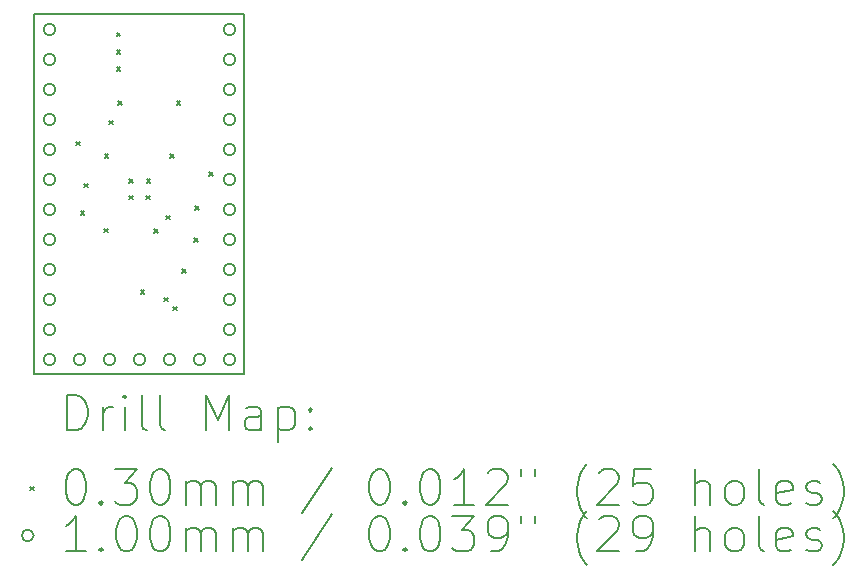
<source format=gbr>
%TF.GenerationSoftware,KiCad,Pcbnew,(5.1.9)-1*%
%TF.CreationDate,2021-07-11T13:39:41+02:00*%
%TF.ProjectId,TinyFPGA-A,54696e79-4650-4474-912d-412e6b696361,rev?*%
%TF.SameCoordinates,Original*%
%TF.FileFunction,OtherDrawing,Comment*%
%FSLAX46Y46*%
G04 Gerber Fmt 4.6, Leading zero omitted, Abs format (unit mm)*
G04 Created by KiCad (PCBNEW (5.1.9)-1) date 2021-07-11 13:39:41*
%MOMM*%
%LPD*%
G01*
G04 APERTURE LIST*
%ADD10C,0.200000*%
G04 APERTURE END LIST*
D10*
X147799000Y-160296000D02*
X147656000Y-160154000D01*
X148085000Y-160725000D02*
X147799000Y-160296000D01*
X148228000Y-161011000D02*
X148085000Y-160725000D01*
X148371000Y-161439000D02*
X148228000Y-161011000D01*
X148514000Y-162154000D02*
X148371000Y-161439000D01*
X148514000Y-162725000D02*
X148514000Y-162154000D01*
X148371000Y-163439000D02*
X148514000Y-162725000D01*
X148228000Y-163868000D02*
X148371000Y-163439000D01*
X148085000Y-164154000D02*
X148228000Y-163868000D01*
X147799000Y-164582000D02*
X148085000Y-164154000D01*
X147656000Y-164725000D02*
X147799000Y-164582000D01*
X146228000Y-161582000D02*
X146514000Y-161725000D01*
X145799000Y-161582000D02*
X146228000Y-161582000D01*
X145514000Y-161725000D02*
X145799000Y-161582000D01*
X145371000Y-162011000D02*
X145514000Y-161725000D01*
X145371000Y-162154000D02*
X145371000Y-162011000D01*
X145514000Y-162439000D02*
X145371000Y-162154000D01*
X145799000Y-162582000D02*
X145514000Y-162439000D01*
X146228000Y-162582000D02*
X145799000Y-162582000D01*
X146514000Y-162725000D02*
X146228000Y-162582000D01*
X146656000Y-163011000D02*
X146514000Y-162725000D01*
X146656000Y-163154000D02*
X146656000Y-163011000D01*
X146514000Y-163439000D02*
X146656000Y-163154000D01*
X146228000Y-163582000D02*
X146514000Y-163439000D01*
X145656000Y-163582000D02*
X146228000Y-163582000D01*
X145371000Y-163439000D02*
X145656000Y-163582000D01*
X144228000Y-162296000D02*
X142799000Y-162582000D01*
X144228000Y-162011000D02*
X144228000Y-162296000D01*
X144085000Y-161725000D02*
X144228000Y-162011000D01*
X143799000Y-161582000D02*
X144085000Y-161725000D01*
X143228000Y-161582000D02*
X143799000Y-161582000D01*
X142942000Y-161725000D02*
X143228000Y-161582000D01*
X142799000Y-162011000D02*
X142942000Y-161725000D01*
X142799000Y-163154000D02*
X142799000Y-162011000D01*
X142942000Y-163439000D02*
X142799000Y-163154000D01*
X143228000Y-163582000D02*
X142942000Y-163439000D01*
X143799000Y-163582000D02*
X143228000Y-163582000D01*
X144085000Y-163439000D02*
X143799000Y-163582000D01*
X141371000Y-163154000D02*
X141371000Y-160582000D01*
X141514000Y-163439000D02*
X141371000Y-163154000D01*
X141799000Y-163582000D02*
X141514000Y-163439000D01*
X139514000Y-163582000D02*
X139085000Y-163582000D01*
X139799000Y-163439000D02*
X139514000Y-163582000D01*
X139942000Y-163296000D02*
X139799000Y-163439000D01*
X140085000Y-163011000D02*
X139942000Y-163296000D01*
X140085000Y-162154000D02*
X140085000Y-163011000D01*
X139942000Y-161868000D02*
X140085000Y-162154000D01*
X139799000Y-161725000D02*
X139942000Y-161868000D01*
X139514000Y-161582000D02*
X139799000Y-161725000D01*
X139085000Y-161582000D02*
X139514000Y-161582000D01*
X138799000Y-161725000D02*
X139085000Y-161582000D01*
X138656000Y-161868000D02*
X138799000Y-161725000D01*
X138514000Y-162154000D02*
X138656000Y-161868000D01*
X138514000Y-163011000D02*
X138514000Y-162154000D01*
X138656000Y-163296000D02*
X138514000Y-163011000D01*
X138799000Y-163439000D02*
X138656000Y-163296000D01*
X139085000Y-163582000D02*
X138799000Y-163439000D01*
X136085000Y-161725000D02*
X135942000Y-161868000D01*
X136371000Y-161582000D02*
X136085000Y-161725000D01*
X136799000Y-161582000D02*
X136371000Y-161582000D01*
X137085000Y-161725000D02*
X136799000Y-161582000D01*
X137228000Y-162011000D02*
X137085000Y-161725000D01*
X137228000Y-163582000D02*
X137228000Y-162011000D01*
X135942000Y-163582000D02*
X135942000Y-160582000D01*
X132228000Y-162154000D02*
X132371000Y-161868000D01*
X132085000Y-162296000D02*
X132228000Y-162154000D01*
X131799000Y-162439000D02*
X132085000Y-162296000D01*
X131228000Y-162439000D02*
X131799000Y-162439000D01*
X130942000Y-162296000D02*
X131228000Y-162439000D01*
X130799000Y-162154000D02*
X130942000Y-162296000D01*
X130656000Y-161868000D02*
X130799000Y-162154000D01*
X130656000Y-161154000D02*
X130656000Y-161868000D01*
X130799000Y-160868000D02*
X130656000Y-161154000D01*
X130942000Y-160725000D02*
X130799000Y-160868000D01*
X131228000Y-160582000D02*
X130942000Y-160725000D01*
X131799000Y-160582000D02*
X131228000Y-160582000D01*
X132085000Y-160725000D02*
X131799000Y-160582000D01*
X132228000Y-160868000D02*
X132085000Y-160725000D01*
X132371000Y-161154000D02*
X132228000Y-160868000D01*
X132371000Y-162296000D02*
X132371000Y-161154000D01*
X132228000Y-162868000D02*
X132371000Y-162296000D01*
X131942000Y-163296000D02*
X132228000Y-162868000D01*
X131799000Y-163439000D02*
X131942000Y-163296000D01*
X131514000Y-163582000D02*
X131799000Y-163439000D01*
X130942000Y-163582000D02*
X131514000Y-163582000D01*
X127656000Y-163582000D02*
X129514000Y-163582000D01*
X129371000Y-161868000D02*
X127656000Y-163582000D01*
X129514000Y-161439000D02*
X129371000Y-161868000D01*
X129514000Y-161154000D02*
X129514000Y-161439000D01*
X129371000Y-160868000D02*
X129514000Y-161154000D01*
X129228000Y-160725000D02*
X129371000Y-160868000D01*
X128942000Y-160582000D02*
X129228000Y-160725000D01*
X128228000Y-160582000D02*
X128942000Y-160582000D01*
X127942000Y-160725000D02*
X128228000Y-160582000D01*
X127799000Y-160868000D02*
X127942000Y-160725000D01*
X126656000Y-160296000D02*
X126799000Y-160154000D01*
X126371000Y-160725000D02*
X126656000Y-160296000D01*
X126228000Y-161011000D02*
X126371000Y-160725000D01*
X126085000Y-161439000D02*
X126228000Y-161011000D01*
X125942000Y-162154000D02*
X126085000Y-161439000D01*
X125942000Y-162725000D02*
X125942000Y-162154000D01*
X126085000Y-163439000D02*
X125942000Y-162725000D01*
X126228000Y-163868000D02*
X126085000Y-163439000D01*
X126371000Y-164154000D02*
X126228000Y-163868000D01*
X126656000Y-164582000D02*
X126371000Y-164154000D01*
X126799000Y-164725000D02*
X126656000Y-164582000D01*
X122371000Y-160582000D02*
X122371000Y-161154000D01*
X121228000Y-160582000D02*
X121228000Y-161154000D01*
X119942000Y-162154000D02*
X120085000Y-161868000D01*
X119799000Y-162296000D02*
X119942000Y-162154000D01*
X119514000Y-162439000D02*
X119799000Y-162296000D01*
X118942000Y-162439000D02*
X119514000Y-162439000D01*
X118656000Y-162296000D02*
X118942000Y-162439000D01*
X118514000Y-162154000D02*
X118656000Y-162296000D01*
X118371000Y-161868000D02*
X118514000Y-162154000D01*
X118371000Y-161154000D02*
X118371000Y-161868000D01*
X118514000Y-160868000D02*
X118371000Y-161154000D01*
X118656000Y-160725000D02*
X118514000Y-160868000D01*
X118942000Y-160582000D02*
X118656000Y-160725000D01*
X119514000Y-160582000D02*
X118942000Y-160582000D01*
X119799000Y-160725000D02*
X119514000Y-160582000D01*
X119942000Y-160868000D02*
X119799000Y-160725000D01*
X120085000Y-161154000D02*
X119942000Y-160868000D01*
X120085000Y-162296000D02*
X120085000Y-161154000D01*
X119942000Y-162868000D02*
X120085000Y-162296000D01*
X119656000Y-163296000D02*
X119942000Y-162868000D01*
X119514000Y-163439000D02*
X119656000Y-163296000D01*
X119228000Y-163582000D02*
X119514000Y-163439000D01*
X118656000Y-163582000D02*
X119228000Y-163582000D01*
X115514000Y-163439000D02*
X115371000Y-163296000D01*
X115799000Y-163582000D02*
X115514000Y-163439000D01*
X116656000Y-163582000D02*
X115799000Y-163582000D01*
X116942000Y-163439000D02*
X116656000Y-163582000D01*
X117085000Y-163296000D02*
X116942000Y-163439000D01*
X117228000Y-163011000D02*
X117085000Y-163296000D01*
X117228000Y-162296000D02*
X117228000Y-163011000D01*
X117085000Y-162011000D02*
X117228000Y-162296000D01*
X116942000Y-161868000D02*
X117085000Y-162011000D01*
X116656000Y-161725000D02*
X116942000Y-161868000D01*
X116228000Y-161725000D02*
X116656000Y-161725000D01*
X117228000Y-160582000D02*
X116228000Y-161725000D01*
X115371000Y-160582000D02*
X117228000Y-160582000D01*
X113085000Y-160725000D02*
X113371000Y-160582000D01*
X112942000Y-160868000D02*
X113085000Y-160725000D01*
X112799000Y-161154000D02*
X112942000Y-160868000D01*
X112656000Y-161725000D02*
X112799000Y-161154000D01*
X112656000Y-162439000D02*
X112656000Y-161725000D01*
X112799000Y-163011000D02*
X112656000Y-162439000D01*
X112942000Y-163296000D02*
X112799000Y-163011000D01*
X113085000Y-163439000D02*
X112942000Y-163296000D01*
X113371000Y-163582000D02*
X113085000Y-163439000D01*
X113656000Y-163582000D02*
X113371000Y-163582000D01*
X113942000Y-163439000D02*
X113656000Y-163582000D01*
X114085000Y-163296000D02*
X113942000Y-163439000D01*
X114228000Y-163011000D02*
X114085000Y-163296000D01*
X114371000Y-162439000D02*
X114228000Y-163011000D01*
X114371000Y-161725000D02*
X114371000Y-162439000D01*
X114228000Y-161154000D02*
X114371000Y-161725000D01*
X114085000Y-160868000D02*
X114228000Y-161154000D01*
X113942000Y-160725000D02*
X114085000Y-160868000D01*
X113656000Y-160582000D02*
X113942000Y-160725000D01*
X113371000Y-160582000D02*
X113656000Y-160582000D01*
X111371000Y-163296000D02*
X111371000Y-163582000D01*
X111228000Y-163439000D02*
X111371000Y-163296000D01*
X111371000Y-163582000D02*
X111228000Y-163439000D01*
X111514000Y-163439000D02*
X111371000Y-163582000D01*
X111371000Y-163296000D02*
X111514000Y-163439000D01*
X108799000Y-160725000D02*
X109085000Y-160582000D01*
X108656000Y-160868000D02*
X108799000Y-160725000D01*
X108514000Y-161154000D02*
X108656000Y-160868000D01*
X108371000Y-161725000D02*
X108514000Y-161154000D01*
X108371000Y-162439000D02*
X108371000Y-161725000D01*
X108514000Y-163011000D02*
X108371000Y-162439000D01*
X108656000Y-163296000D02*
X108514000Y-163011000D01*
X108799000Y-163439000D02*
X108656000Y-163296000D01*
X109085000Y-163582000D02*
X108799000Y-163439000D01*
X109371000Y-163582000D02*
X109085000Y-163582000D01*
X109656000Y-163439000D02*
X109371000Y-163582000D01*
X109799000Y-163296000D02*
X109656000Y-163439000D01*
X109942000Y-163011000D02*
X109799000Y-163296000D01*
X110085000Y-162439000D02*
X109942000Y-163011000D01*
X110085000Y-161725000D02*
X110085000Y-162439000D01*
X109942000Y-161154000D02*
X110085000Y-161725000D01*
X109799000Y-160868000D02*
X109942000Y-161154000D01*
X109656000Y-160725000D02*
X109799000Y-160868000D01*
X109371000Y-160582000D02*
X109656000Y-160725000D01*
X109085000Y-160582000D02*
X109371000Y-160582000D01*
X105228000Y-160439000D02*
X102656000Y-164296000D01*
X99370700Y-162011000D02*
X99370700Y-163582000D01*
X99227900Y-161725000D02*
X99370700Y-162011000D01*
X98942100Y-161582000D02*
X99227900Y-161725000D01*
X98513600Y-161582000D02*
X98942100Y-161582000D01*
X98227900Y-161725000D02*
X98513600Y-161582000D01*
X98085000Y-162011000D02*
X98227900Y-161725000D01*
X98085000Y-162011000D02*
X98085000Y-163582000D01*
X97942100Y-161725000D02*
X98085000Y-162011000D01*
X97656400Y-161582000D02*
X97942100Y-161725000D01*
X97227900Y-161582000D02*
X97656400Y-161582000D01*
X96942100Y-161725000D02*
X97227900Y-161582000D01*
X96799300Y-161868000D02*
X96942100Y-161725000D01*
X96799300Y-163582000D02*
X96799300Y-161582000D01*
X95370700Y-162011000D02*
X95370700Y-163582000D01*
X95227900Y-161725000D02*
X95370700Y-162011000D01*
X94942100Y-161582000D02*
X95227900Y-161725000D01*
X94513600Y-161582000D02*
X94942100Y-161582000D01*
X94227900Y-161725000D02*
X94513600Y-161582000D01*
X94085000Y-162011000D02*
X94227900Y-161725000D01*
X94085000Y-162011000D02*
X94085000Y-163582000D01*
X93942100Y-161725000D02*
X94085000Y-162011000D01*
X93656400Y-161582000D02*
X93942100Y-161725000D01*
X93227900Y-161582000D02*
X93656400Y-161582000D01*
X92942100Y-161725000D02*
X93227900Y-161582000D01*
X92799300Y-161868000D02*
X92942100Y-161725000D01*
X92799300Y-163582000D02*
X92799300Y-161582000D01*
X90227900Y-160725000D02*
X90513600Y-160582000D01*
X90085000Y-160868000D02*
X90227900Y-160725000D01*
X89942100Y-161154000D02*
X90085000Y-160868000D01*
X89799300Y-161725000D02*
X89942100Y-161154000D01*
X89799300Y-162439000D02*
X89799300Y-161725000D01*
X89942100Y-163011000D02*
X89799300Y-162439000D01*
X90085000Y-163296000D02*
X89942100Y-163011000D01*
X90227900Y-163439000D02*
X90085000Y-163296000D01*
X90513600Y-163582000D02*
X90227900Y-163439000D01*
X90799300Y-163582000D02*
X90513600Y-163582000D01*
X91085000Y-163439000D02*
X90799300Y-163582000D01*
X91227900Y-163296000D02*
X91085000Y-163439000D01*
X91370700Y-163011000D02*
X91227900Y-163296000D01*
X91513600Y-162439000D02*
X91370700Y-163011000D01*
X91513600Y-161725000D02*
X91513600Y-162439000D01*
X91370700Y-161154000D02*
X91513600Y-161725000D01*
X91227900Y-160868000D02*
X91370700Y-161154000D01*
X91085000Y-160725000D02*
X91227900Y-160868000D01*
X90799300Y-160582000D02*
X91085000Y-160725000D01*
X90513600Y-160582000D02*
X90799300Y-160582000D01*
X87370700Y-160725000D02*
X87656400Y-160582000D01*
X87227900Y-160868000D02*
X87370700Y-160725000D01*
X87085000Y-161154000D02*
X87227900Y-160868000D01*
X86942100Y-161725000D02*
X87085000Y-161154000D01*
X86942100Y-162439000D02*
X86942100Y-161725000D01*
X87085000Y-163011000D02*
X86942100Y-162439000D01*
X87227900Y-163296000D02*
X87085000Y-163011000D01*
X87370700Y-163439000D02*
X87227900Y-163296000D01*
X87656400Y-163582000D02*
X87370700Y-163439000D01*
X87942100Y-163582000D02*
X87656400Y-163582000D01*
X88227900Y-163439000D02*
X87942100Y-163582000D01*
X88370700Y-163296000D02*
X88227900Y-163439000D01*
X88513600Y-163011000D02*
X88370700Y-163296000D01*
X88656400Y-162439000D02*
X88513600Y-163011000D01*
X88656400Y-161725000D02*
X88656400Y-162439000D01*
X88513600Y-161154000D02*
X88656400Y-161725000D01*
X88370700Y-160868000D02*
X88513600Y-161154000D01*
X88227900Y-160725000D02*
X88370700Y-160868000D01*
X87942100Y-160582000D02*
X88227900Y-160725000D01*
X87656400Y-160582000D02*
X87942100Y-160582000D01*
X85656400Y-163296000D02*
X85656400Y-163582000D01*
X85513600Y-163439000D02*
X85656400Y-163296000D01*
X85656400Y-163582000D02*
X85513600Y-163439000D01*
X85799300Y-163439000D02*
X85656400Y-163582000D01*
X85656400Y-163296000D02*
X85799300Y-163439000D01*
X82942100Y-161296000D02*
X82656400Y-161439000D01*
X83227900Y-161011000D02*
X82942100Y-161296000D01*
X83513600Y-160582000D02*
X83227900Y-161011000D01*
X83513600Y-163582000D02*
X83513600Y-160582000D01*
X84370700Y-163582000D02*
X82656400Y-163582000D01*
X79935000Y-162225000D02*
G75*
G03*
X79935000Y-162225000I-500000J0D01*
G01*
X147799000Y-156336000D02*
X147656000Y-156194000D01*
X148085000Y-156765000D02*
X147799000Y-156336000D01*
X148228000Y-157051000D02*
X148085000Y-156765000D01*
X148371000Y-157479000D02*
X148228000Y-157051000D01*
X148514000Y-158194000D02*
X148371000Y-157479000D01*
X148514000Y-158765000D02*
X148514000Y-158194000D01*
X148371000Y-159479000D02*
X148514000Y-158765000D01*
X148228000Y-159908000D02*
X148371000Y-159479000D01*
X148085000Y-160194000D02*
X148228000Y-159908000D01*
X147799000Y-160622000D02*
X148085000Y-160194000D01*
X147656000Y-160765000D02*
X147799000Y-160622000D01*
X146228000Y-157622000D02*
X146514000Y-157765000D01*
X145799000Y-157622000D02*
X146228000Y-157622000D01*
X145514000Y-157765000D02*
X145799000Y-157622000D01*
X145371000Y-158051000D02*
X145514000Y-157765000D01*
X145371000Y-158194000D02*
X145371000Y-158051000D01*
X145514000Y-158479000D02*
X145371000Y-158194000D01*
X145799000Y-158622000D02*
X145514000Y-158479000D01*
X146228000Y-158622000D02*
X145799000Y-158622000D01*
X146514000Y-158765000D02*
X146228000Y-158622000D01*
X146656000Y-159051000D02*
X146514000Y-158765000D01*
X146656000Y-159194000D02*
X146656000Y-159051000D01*
X146514000Y-159479000D02*
X146656000Y-159194000D01*
X146228000Y-159622000D02*
X146514000Y-159479000D01*
X145656000Y-159622000D02*
X146228000Y-159622000D01*
X145371000Y-159479000D02*
X145656000Y-159622000D01*
X144228000Y-158336000D02*
X142799000Y-158622000D01*
X144228000Y-158051000D02*
X144228000Y-158336000D01*
X144085000Y-157765000D02*
X144228000Y-158051000D01*
X143799000Y-157622000D02*
X144085000Y-157765000D01*
X143228000Y-157622000D02*
X143799000Y-157622000D01*
X142942000Y-157765000D02*
X143228000Y-157622000D01*
X142799000Y-158051000D02*
X142942000Y-157765000D01*
X142799000Y-159194000D02*
X142799000Y-158051000D01*
X142942000Y-159479000D02*
X142799000Y-159194000D01*
X143228000Y-159622000D02*
X142942000Y-159479000D01*
X143799000Y-159622000D02*
X143228000Y-159622000D01*
X144085000Y-159479000D02*
X143799000Y-159622000D01*
X141371000Y-159194000D02*
X141371000Y-156622000D01*
X141514000Y-159479000D02*
X141371000Y-159194000D01*
X141799000Y-159622000D02*
X141514000Y-159479000D01*
X139514000Y-159622000D02*
X139085000Y-159622000D01*
X139799000Y-159479000D02*
X139514000Y-159622000D01*
X139942000Y-159336000D02*
X139799000Y-159479000D01*
X140085000Y-159051000D02*
X139942000Y-159336000D01*
X140085000Y-158194000D02*
X140085000Y-159051000D01*
X139942000Y-157908000D02*
X140085000Y-158194000D01*
X139799000Y-157765000D02*
X139942000Y-157908000D01*
X139514000Y-157622000D02*
X139799000Y-157765000D01*
X139085000Y-157622000D02*
X139514000Y-157622000D01*
X138799000Y-157765000D02*
X139085000Y-157622000D01*
X138656000Y-157908000D02*
X138799000Y-157765000D01*
X138514000Y-158194000D02*
X138656000Y-157908000D01*
X138514000Y-159051000D02*
X138514000Y-158194000D01*
X138656000Y-159336000D02*
X138514000Y-159051000D01*
X138799000Y-159479000D02*
X138656000Y-159336000D01*
X139085000Y-159622000D02*
X138799000Y-159479000D01*
X136085000Y-157765000D02*
X135942000Y-157908000D01*
X136371000Y-157622000D02*
X136085000Y-157765000D01*
X136799000Y-157622000D02*
X136371000Y-157622000D01*
X137085000Y-157765000D02*
X136799000Y-157622000D01*
X137228000Y-158051000D02*
X137085000Y-157765000D01*
X137228000Y-159622000D02*
X137228000Y-158051000D01*
X135942000Y-159622000D02*
X135942000Y-156622000D01*
X130799000Y-159479000D02*
X130656000Y-159336000D01*
X131085000Y-159622000D02*
X130799000Y-159479000D01*
X131799000Y-159622000D02*
X131085000Y-159622000D01*
X132085000Y-159479000D02*
X131799000Y-159622000D01*
X132228000Y-159336000D02*
X132085000Y-159479000D01*
X132371000Y-159051000D02*
X132228000Y-159336000D01*
X132371000Y-158336000D02*
X132371000Y-159051000D01*
X132228000Y-158051000D02*
X132371000Y-158336000D01*
X132085000Y-157908000D02*
X132228000Y-158051000D01*
X131799000Y-157765000D02*
X132085000Y-157908000D01*
X131085000Y-157765000D02*
X131799000Y-157765000D01*
X130799000Y-157908000D02*
X131085000Y-157765000D01*
X130656000Y-158051000D02*
X130799000Y-157908000D01*
X130799000Y-156622000D02*
X130656000Y-158051000D01*
X132228000Y-156622000D02*
X130799000Y-156622000D01*
X127656000Y-159622000D02*
X129514000Y-159622000D01*
X129371000Y-157908000D02*
X127656000Y-159622000D01*
X129514000Y-157479000D02*
X129371000Y-157908000D01*
X129514000Y-157194000D02*
X129514000Y-157479000D01*
X129371000Y-156908000D02*
X129514000Y-157194000D01*
X129228000Y-156765000D02*
X129371000Y-156908000D01*
X128942000Y-156622000D02*
X129228000Y-156765000D01*
X128228000Y-156622000D02*
X128942000Y-156622000D01*
X127942000Y-156765000D02*
X128228000Y-156622000D01*
X127799000Y-156908000D02*
X127942000Y-156765000D01*
X126656000Y-156336000D02*
X126799000Y-156194000D01*
X126371000Y-156765000D02*
X126656000Y-156336000D01*
X126228000Y-157051000D02*
X126371000Y-156765000D01*
X126085000Y-157479000D02*
X126228000Y-157051000D01*
X125942000Y-158194000D02*
X126085000Y-157479000D01*
X125942000Y-158765000D02*
X125942000Y-158194000D01*
X126085000Y-159479000D02*
X125942000Y-158765000D01*
X126228000Y-159908000D02*
X126085000Y-159479000D01*
X126371000Y-160194000D02*
X126228000Y-159908000D01*
X126656000Y-160622000D02*
X126371000Y-160194000D01*
X126799000Y-160765000D02*
X126656000Y-160622000D01*
X122371000Y-156622000D02*
X122371000Y-157194000D01*
X121228000Y-156622000D02*
X121228000Y-157194000D01*
X118228000Y-159622000D02*
X120085000Y-159622000D01*
X119942000Y-157908000D02*
X118228000Y-159622000D01*
X120085000Y-157479000D02*
X119942000Y-157908000D01*
X120085000Y-157194000D02*
X120085000Y-157479000D01*
X119942000Y-156908000D02*
X120085000Y-157194000D01*
X119799000Y-156765000D02*
X119942000Y-156908000D01*
X119514000Y-156622000D02*
X119799000Y-156765000D01*
X118799000Y-156622000D02*
X119514000Y-156622000D01*
X118514000Y-156765000D02*
X118799000Y-156622000D01*
X118371000Y-156908000D02*
X118514000Y-156765000D01*
X115799000Y-157336000D02*
X115514000Y-157479000D01*
X116085000Y-157051000D02*
X115799000Y-157336000D01*
X116371000Y-156622000D02*
X116085000Y-157051000D01*
X116371000Y-159622000D02*
X116371000Y-156622000D01*
X117228000Y-159622000D02*
X115514000Y-159622000D01*
X113085000Y-156765000D02*
X113371000Y-156622000D01*
X112942000Y-156908000D02*
X113085000Y-156765000D01*
X112799000Y-157194000D02*
X112942000Y-156908000D01*
X112656000Y-157765000D02*
X112799000Y-157194000D01*
X112656000Y-158479000D02*
X112656000Y-157765000D01*
X112799000Y-159051000D02*
X112656000Y-158479000D01*
X112942000Y-159336000D02*
X112799000Y-159051000D01*
X113085000Y-159479000D02*
X112942000Y-159336000D01*
X113371000Y-159622000D02*
X113085000Y-159479000D01*
X113656000Y-159622000D02*
X113371000Y-159622000D01*
X113942000Y-159479000D02*
X113656000Y-159622000D01*
X114085000Y-159336000D02*
X113942000Y-159479000D01*
X114228000Y-159051000D02*
X114085000Y-159336000D01*
X114371000Y-158479000D02*
X114228000Y-159051000D01*
X114371000Y-157765000D02*
X114371000Y-158479000D01*
X114228000Y-157194000D02*
X114371000Y-157765000D01*
X114085000Y-156908000D02*
X114228000Y-157194000D01*
X113942000Y-156765000D02*
X114085000Y-156908000D01*
X113656000Y-156622000D02*
X113942000Y-156765000D01*
X113371000Y-156622000D02*
X113656000Y-156622000D01*
X111371000Y-159336000D02*
X111371000Y-159622000D01*
X111228000Y-159479000D02*
X111371000Y-159336000D01*
X111371000Y-159622000D02*
X111228000Y-159479000D01*
X111514000Y-159479000D02*
X111371000Y-159622000D01*
X111371000Y-159336000D02*
X111514000Y-159479000D01*
X108799000Y-156765000D02*
X109085000Y-156622000D01*
X108656000Y-156908000D02*
X108799000Y-156765000D01*
X108514000Y-157194000D02*
X108656000Y-156908000D01*
X108371000Y-157765000D02*
X108514000Y-157194000D01*
X108371000Y-158479000D02*
X108371000Y-157765000D01*
X108514000Y-159051000D02*
X108371000Y-158479000D01*
X108656000Y-159336000D02*
X108514000Y-159051000D01*
X108799000Y-159479000D02*
X108656000Y-159336000D01*
X109085000Y-159622000D02*
X108799000Y-159479000D01*
X109371000Y-159622000D02*
X109085000Y-159622000D01*
X109656000Y-159479000D02*
X109371000Y-159622000D01*
X109799000Y-159336000D02*
X109656000Y-159479000D01*
X109942000Y-159051000D02*
X109799000Y-159336000D01*
X110085000Y-158479000D02*
X109942000Y-159051000D01*
X110085000Y-157765000D02*
X110085000Y-158479000D01*
X109942000Y-157194000D02*
X110085000Y-157765000D01*
X109799000Y-156908000D02*
X109942000Y-157194000D01*
X109656000Y-156765000D02*
X109799000Y-156908000D01*
X109371000Y-156622000D02*
X109656000Y-156765000D01*
X109085000Y-156622000D02*
X109371000Y-156622000D01*
X105228000Y-156479000D02*
X102656000Y-160336000D01*
X99370700Y-158051000D02*
X99370700Y-159622000D01*
X99227900Y-157765000D02*
X99370700Y-158051000D01*
X98942100Y-157622000D02*
X99227900Y-157765000D01*
X98513600Y-157622000D02*
X98942100Y-157622000D01*
X98227900Y-157765000D02*
X98513600Y-157622000D01*
X98085000Y-158051000D02*
X98227900Y-157765000D01*
X98085000Y-158051000D02*
X98085000Y-159622000D01*
X97942100Y-157765000D02*
X98085000Y-158051000D01*
X97656400Y-157622000D02*
X97942100Y-157765000D01*
X97227900Y-157622000D02*
X97656400Y-157622000D01*
X96942100Y-157765000D02*
X97227900Y-157622000D01*
X96799300Y-157908000D02*
X96942100Y-157765000D01*
X96799300Y-159622000D02*
X96799300Y-157622000D01*
X95370700Y-158051000D02*
X95370700Y-159622000D01*
X95227900Y-157765000D02*
X95370700Y-158051000D01*
X94942100Y-157622000D02*
X95227900Y-157765000D01*
X94513600Y-157622000D02*
X94942100Y-157622000D01*
X94227900Y-157765000D02*
X94513600Y-157622000D01*
X94085000Y-158051000D02*
X94227900Y-157765000D01*
X94085000Y-158051000D02*
X94085000Y-159622000D01*
X93942100Y-157765000D02*
X94085000Y-158051000D01*
X93656400Y-157622000D02*
X93942100Y-157765000D01*
X93227900Y-157622000D02*
X93656400Y-157622000D01*
X92942100Y-157765000D02*
X93227900Y-157622000D01*
X92799300Y-157908000D02*
X92942100Y-157765000D01*
X92799300Y-159622000D02*
X92799300Y-157622000D01*
X90227900Y-156765000D02*
X90513600Y-156622000D01*
X90085000Y-156908000D02*
X90227900Y-156765000D01*
X89942100Y-157194000D02*
X90085000Y-156908000D01*
X89799300Y-157765000D02*
X89942100Y-157194000D01*
X89799300Y-158479000D02*
X89799300Y-157765000D01*
X89942100Y-159051000D02*
X89799300Y-158479000D01*
X90085000Y-159336000D02*
X89942100Y-159051000D01*
X90227900Y-159479000D02*
X90085000Y-159336000D01*
X90513600Y-159622000D02*
X90227900Y-159479000D01*
X90799300Y-159622000D02*
X90513600Y-159622000D01*
X91085000Y-159479000D02*
X90799300Y-159622000D01*
X91227900Y-159336000D02*
X91085000Y-159479000D01*
X91370700Y-159051000D02*
X91227900Y-159336000D01*
X91513600Y-158479000D02*
X91370700Y-159051000D01*
X91513600Y-157765000D02*
X91513600Y-158479000D01*
X91370700Y-157194000D02*
X91513600Y-157765000D01*
X91227900Y-156908000D02*
X91370700Y-157194000D01*
X91085000Y-156765000D02*
X91227900Y-156908000D01*
X90799300Y-156622000D02*
X91085000Y-156765000D01*
X90513600Y-156622000D02*
X90799300Y-156622000D01*
X86942100Y-159479000D02*
X86799300Y-159336000D01*
X87227900Y-159622000D02*
X86942100Y-159479000D01*
X88085000Y-159622000D02*
X87227900Y-159622000D01*
X88370700Y-159479000D02*
X88085000Y-159622000D01*
X88513600Y-159336000D02*
X88370700Y-159479000D01*
X88656400Y-159051000D02*
X88513600Y-159336000D01*
X88656400Y-158336000D02*
X88656400Y-159051000D01*
X88513600Y-158051000D02*
X88656400Y-158336000D01*
X88370700Y-157908000D02*
X88513600Y-158051000D01*
X88085000Y-157765000D02*
X88370700Y-157908000D01*
X87656400Y-157765000D02*
X88085000Y-157765000D01*
X88656400Y-156622000D02*
X87656400Y-157765000D01*
X86799300Y-156622000D02*
X88656400Y-156622000D01*
X85656400Y-159336000D02*
X85656400Y-159622000D01*
X85513600Y-159479000D02*
X85656400Y-159336000D01*
X85656400Y-159622000D02*
X85513600Y-159479000D01*
X85799300Y-159479000D02*
X85656400Y-159622000D01*
X85656400Y-159336000D02*
X85799300Y-159479000D01*
X83085000Y-156765000D02*
X83370700Y-156622000D01*
X82942100Y-156908000D02*
X83085000Y-156765000D01*
X82799300Y-157194000D02*
X82942100Y-156908000D01*
X82656400Y-157765000D02*
X82799300Y-157194000D01*
X82656400Y-158479000D02*
X82656400Y-157765000D01*
X82799300Y-159051000D02*
X82656400Y-158479000D01*
X82942100Y-159336000D02*
X82799300Y-159051000D01*
X83085000Y-159479000D02*
X82942100Y-159336000D01*
X83370700Y-159622000D02*
X83085000Y-159479000D01*
X83656400Y-159622000D02*
X83370700Y-159622000D01*
X83942100Y-159479000D02*
X83656400Y-159622000D01*
X84085000Y-159336000D02*
X83942100Y-159479000D01*
X84227900Y-159051000D02*
X84085000Y-159336000D01*
X84370700Y-158479000D02*
X84227900Y-159051000D01*
X84370700Y-157765000D02*
X84370700Y-158479000D01*
X84227900Y-157194000D02*
X84370700Y-157765000D01*
X84085000Y-156908000D02*
X84227900Y-157194000D01*
X83942100Y-156765000D02*
X84085000Y-156908000D01*
X83656400Y-156622000D02*
X83942100Y-156765000D01*
X83370700Y-156622000D02*
X83656400Y-156622000D01*
X79935000Y-158113000D02*
X79630200Y-158417000D01*
X79630200Y-158113000D02*
X79935000Y-158417000D01*
X103371000Y-151465000D02*
X103371000Y-151751000D01*
X103228000Y-151608000D02*
X103371000Y-151465000D01*
X103371000Y-151751000D02*
X103228000Y-151608000D01*
X103514000Y-151608000D02*
X103371000Y-151751000D01*
X103371000Y-151465000D02*
X103514000Y-151608000D01*
X103371000Y-153036000D02*
X103371000Y-153322000D01*
X103228000Y-153179000D02*
X103371000Y-153036000D01*
X103371000Y-153322000D02*
X103228000Y-153179000D01*
X103514000Y-153179000D02*
X103371000Y-153322000D01*
X103371000Y-153036000D02*
X103514000Y-153179000D01*
X100942000Y-153322000D02*
X100656000Y-153179000D01*
X101514000Y-153322000D02*
X100942000Y-153322000D01*
X101799000Y-153179000D02*
X101514000Y-153322000D01*
X101942000Y-153036000D02*
X101799000Y-153179000D01*
X102085000Y-152751000D02*
X101942000Y-153036000D01*
X102085000Y-151894000D02*
X102085000Y-152751000D01*
X101942000Y-151608000D02*
X102085000Y-151894000D01*
X101799000Y-151465000D02*
X101942000Y-151608000D01*
X101514000Y-151322000D02*
X101799000Y-151465000D01*
X100942000Y-151322000D02*
X101514000Y-151322000D01*
X100656000Y-151465000D02*
X100942000Y-151322000D01*
X100656000Y-151322000D02*
X100656000Y-154322000D01*
X98942100Y-152179000D02*
X99227900Y-152036000D01*
X98227900Y-152179000D02*
X98942100Y-152179000D01*
X97942100Y-152322000D02*
X98227900Y-152179000D01*
X97799300Y-152608000D02*
X97942100Y-152322000D01*
X97799300Y-152894000D02*
X97799300Y-152608000D01*
X97942100Y-153179000D02*
X97799300Y-152894000D01*
X98227900Y-153322000D02*
X97942100Y-153179000D01*
X98942100Y-153322000D02*
X98227900Y-153322000D01*
X99227900Y-153179000D02*
X98942100Y-153322000D01*
X98227900Y-151322000D02*
X97942100Y-151465000D01*
X98799300Y-151322000D02*
X98227900Y-151322000D01*
X99085000Y-151465000D02*
X98799300Y-151322000D01*
X99227900Y-151751000D02*
X99085000Y-151465000D01*
X99227900Y-153322000D02*
X99227900Y-151751000D01*
X96513600Y-150322000D02*
X96513600Y-153322000D01*
X95513600Y-152465000D02*
X96513600Y-150322000D01*
X94513600Y-150322000D02*
X95513600Y-152465000D01*
X94513600Y-153322000D02*
X94513600Y-150322000D01*
X90656400Y-152894000D02*
X90656400Y-150322000D01*
X90799300Y-153179000D02*
X90656400Y-152894000D01*
X91085000Y-153322000D02*
X90799300Y-153179000D01*
X89085000Y-152894000D02*
X89085000Y-150322000D01*
X89227900Y-153179000D02*
X89085000Y-152894000D01*
X89513600Y-153322000D02*
X89227900Y-153179000D01*
X87656400Y-150322000D02*
X87656400Y-150608000D01*
X87799300Y-150465000D02*
X87656400Y-150322000D01*
X87656400Y-150608000D02*
X87799300Y-150465000D01*
X87513600Y-150465000D02*
X87656400Y-150608000D01*
X87656400Y-150322000D02*
X87513600Y-150465000D01*
X87656400Y-153322000D02*
X87656400Y-151322000D01*
X86370700Y-151322000D02*
X86656400Y-151322000D01*
X86085000Y-151465000D02*
X86370700Y-151322000D01*
X85942100Y-151608000D02*
X86085000Y-151465000D01*
X85799300Y-151894000D02*
X85942100Y-151608000D01*
X85799300Y-153322000D02*
X85799300Y-151322000D01*
X83513600Y-153322000D02*
X82799300Y-153322000D01*
X83942100Y-153179000D02*
X83513600Y-153322000D01*
X84227900Y-152894000D02*
X83942100Y-153179000D01*
X84370700Y-152608000D02*
X84227900Y-152894000D01*
X84513600Y-152036000D02*
X84370700Y-152608000D01*
X84513600Y-151608000D02*
X84513600Y-152036000D01*
X84370700Y-151036000D02*
X84513600Y-151608000D01*
X84227900Y-150751000D02*
X84370700Y-151036000D01*
X83942100Y-150465000D02*
X84227900Y-150751000D01*
X83513600Y-150322000D02*
X83942100Y-150465000D01*
X82799300Y-150322000D02*
X83513600Y-150322000D01*
X82799300Y-153322000D02*
X82799300Y-150322000D01*
X97020000Y-147320000D02*
G75*
G03*
X97020000Y-147320000I-500000J0D01*
G01*
X97020000Y-144780000D02*
G75*
G03*
X97020000Y-144780000I-500000J0D01*
G01*
X97020000Y-142240000D02*
G75*
G03*
X97020000Y-142240000I-500000J0D01*
G01*
X97020000Y-139700000D02*
G75*
G03*
X97020000Y-139700000I-500000J0D01*
G01*
X97020000Y-137159999D02*
G75*
G03*
X97020000Y-137159999I-500000J0D01*
G01*
X97020000Y-134620000D02*
G75*
G03*
X97020000Y-134620000I-500000J0D01*
G01*
X97020000Y-132080000D02*
G75*
G03*
X97020000Y-132080000I-500000J0D01*
G01*
X97020000Y-129539999D02*
G75*
G03*
X97020000Y-129539999I-500000J0D01*
G01*
X97020000Y-127000000D02*
G75*
G03*
X97020000Y-127000000I-500000J0D01*
G01*
X97020000Y-124460000D02*
G75*
G03*
X97020000Y-124460000I-500000J0D01*
G01*
X97020000Y-121920000D02*
G75*
G03*
X97020000Y-121920000I-500000J0D01*
G01*
X97020000Y-119380000D02*
G75*
G03*
X97020000Y-119380000I-500000J0D01*
G01*
X94480000Y-147320000D02*
G75*
G03*
X94480000Y-147320000I-500000J0D01*
G01*
X91940000Y-147320000D02*
G75*
G03*
X91940000Y-147320000I-500000J0D01*
G01*
X89400000Y-147320000D02*
G75*
G03*
X89400000Y-147320000I-500000J0D01*
G01*
X86860000Y-147320000D02*
G75*
G03*
X86860000Y-147320000I-500000J0D01*
G01*
X84319999Y-147320000D02*
G75*
G03*
X84319999Y-147320000I-500000J0D01*
G01*
X81780000Y-147320000D02*
G75*
G03*
X81780000Y-147320000I-500000J0D01*
G01*
X81780000Y-144780000D02*
G75*
G03*
X81780000Y-144780000I-500000J0D01*
G01*
X81780000Y-142240000D02*
G75*
G03*
X81780000Y-142240000I-500000J0D01*
G01*
X81780000Y-139700000D02*
G75*
G03*
X81780000Y-139700000I-500000J0D01*
G01*
X81780000Y-137159999D02*
G75*
G03*
X81780000Y-137159999I-500000J0D01*
G01*
X81780000Y-134620000D02*
G75*
G03*
X81780000Y-134620000I-500000J0D01*
G01*
X81780000Y-132080000D02*
G75*
G03*
X81780000Y-132080000I-500000J0D01*
G01*
X81780000Y-129539999D02*
G75*
G03*
X81780000Y-129539999I-500000J0D01*
G01*
X81780000Y-127000000D02*
G75*
G03*
X81780000Y-127000000I-500000J0D01*
G01*
X81780000Y-124460000D02*
G75*
G03*
X81780000Y-124460000I-500000J0D01*
G01*
X81780000Y-121920000D02*
G75*
G03*
X81780000Y-121920000I-500000J0D01*
G01*
X81780000Y-119380000D02*
G75*
G03*
X81780000Y-119380000I-500000J0D01*
G01*
X95084900Y-131483000D02*
X94780100Y-131788000D01*
X94780100Y-131483000D02*
X95084900Y-131788000D01*
X93941900Y-134341000D02*
X93637100Y-134645000D01*
X93637100Y-134341000D02*
X93941900Y-134645000D01*
X93814900Y-137070999D02*
X93510100Y-137376000D01*
X93510100Y-137070999D02*
X93814900Y-137376000D01*
X92798900Y-139675000D02*
X92494100Y-139979000D01*
X92494100Y-139675000D02*
X92798900Y-139979000D01*
X92354400Y-125450999D02*
X92049600Y-125755000D01*
X92049600Y-125450999D02*
X92354400Y-125755000D01*
X92036900Y-142849999D02*
X91732100Y-143154000D01*
X91732100Y-142849999D02*
X92036900Y-143154000D01*
X91782900Y-129959000D02*
X91478100Y-130264000D01*
X91478100Y-129959000D02*
X91782900Y-130264000D01*
X91465400Y-135166000D02*
X91160600Y-135471000D01*
X91160600Y-135166000D02*
X91465400Y-135471000D01*
X91286900Y-142087999D02*
X90982100Y-142392000D01*
X90982100Y-142087999D02*
X91286900Y-142392000D01*
X90449400Y-136308999D02*
X90144600Y-136614000D01*
X90144600Y-136308999D02*
X90449400Y-136614000D01*
X89814400Y-132055000D02*
X89509600Y-132359000D01*
X89509600Y-132055000D02*
X89814400Y-132359000D01*
X89752400Y-133453000D02*
X89447600Y-133758000D01*
X89447600Y-133453000D02*
X89752400Y-133758000D01*
X89302400Y-141453000D02*
X88997600Y-141757000D01*
X88997600Y-141453000D02*
X89302400Y-141757000D01*
X88352400Y-133453000D02*
X88047600Y-133758000D01*
X88047600Y-133453000D02*
X88352400Y-133758000D01*
X88352400Y-132053000D02*
X88047600Y-132358000D01*
X88047600Y-132053000D02*
X88352400Y-132358000D01*
X87401400Y-125450999D02*
X87096600Y-125755000D01*
X87096600Y-125450999D02*
X87401400Y-125755000D01*
X87274400Y-122593000D02*
X86969600Y-122897999D01*
X86969600Y-122593000D02*
X87274400Y-122897999D01*
X87274400Y-121133000D02*
X86969600Y-121437000D01*
X86969600Y-121133000D02*
X87274400Y-121437000D01*
X87274400Y-119671999D02*
X86969600Y-119977000D01*
X86969600Y-119671999D02*
X87274400Y-119977000D01*
X86639400Y-127102000D02*
X86334600Y-127406000D01*
X86334600Y-127102000D02*
X86639400Y-127406000D01*
X86258400Y-129959000D02*
X85953600Y-130264000D01*
X85953600Y-129959000D02*
X86258400Y-130264000D01*
X86194900Y-136246000D02*
X85890100Y-136550000D01*
X85890100Y-136246000D02*
X86194900Y-136550000D01*
X84543900Y-132436000D02*
X84239100Y-132740000D01*
X84239100Y-132436000D02*
X84543900Y-132740000D01*
X84226400Y-134784999D02*
X83921600Y-135090000D01*
X83921600Y-134784999D02*
X84226400Y-135090000D01*
X83845400Y-128880000D02*
X83540600Y-129183999D01*
X83540600Y-128880000D02*
X83845400Y-129183999D01*
X80010000Y-118110000D02*
X97790000Y-118110000D01*
X97790000Y-118110000D02*
X97790000Y-148590000D01*
X97790000Y-148590000D02*
X80010000Y-148590000D01*
X80010000Y-148590000D02*
X80010000Y-118110000D01*
M02*

</source>
